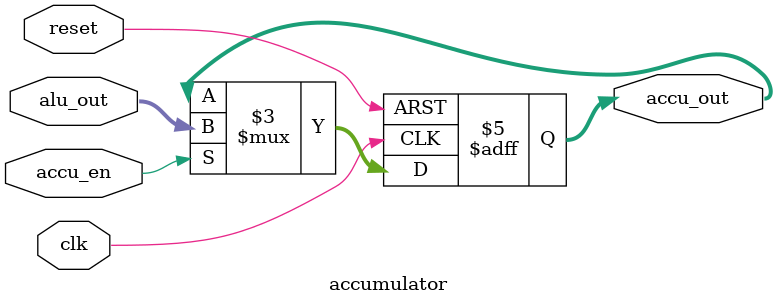
<source format=v>
module accumulator(
input [7:0] alu_out,
input accu_en, clk, reset,
output reg [7:0] accu_out
    );
    initial accu_out = 8'b0;
    always @(posedge clk, posedge reset) begin
     if (reset)
      accu_out <= 8'b00000000;
     else
      if(accu_en) accu_out <= alu_out;
     
    end
endmodule
</source>
